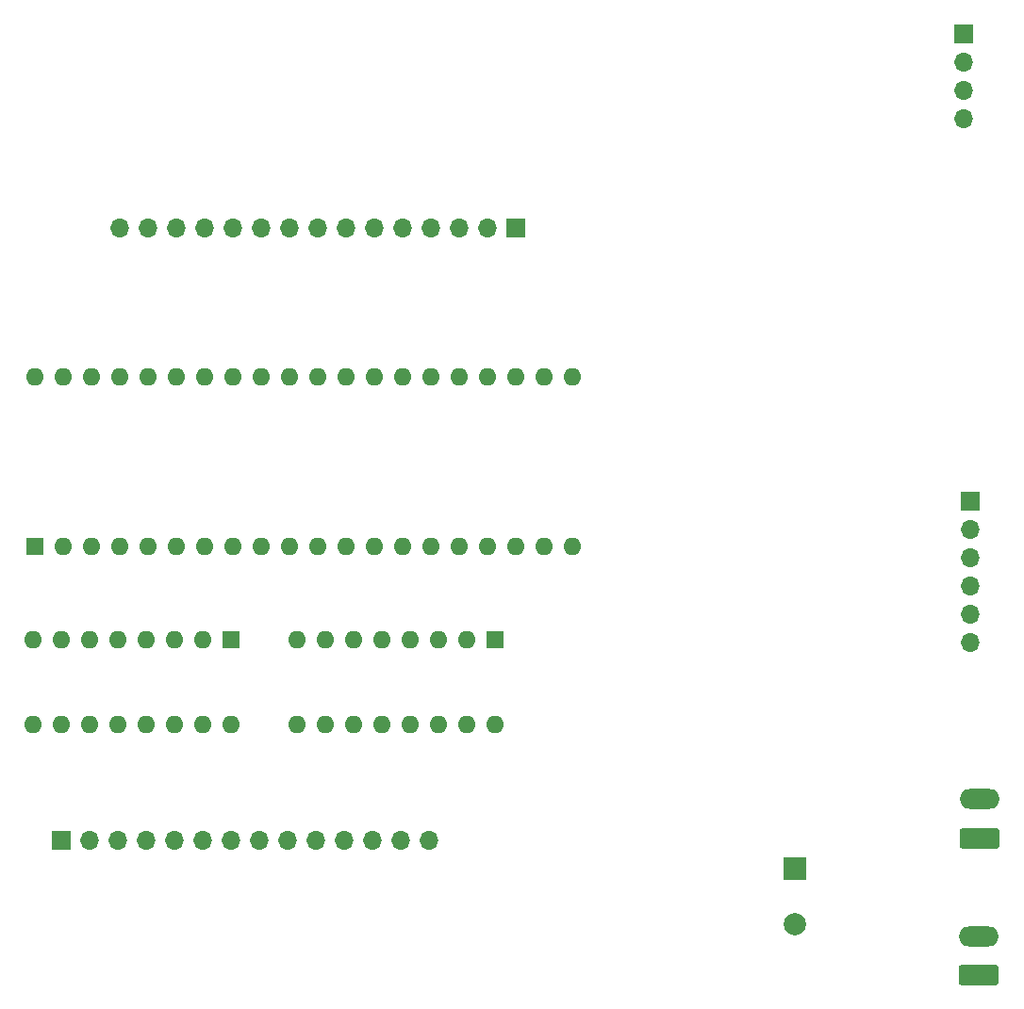
<source format=gbs>
%TF.GenerationSoftware,KiCad,Pcbnew,8.0.6*%
%TF.CreationDate,2024-12-02T12:55:51+01:00*%
%TF.ProjectId,PCB_Tester,5043425f-5465-4737-9465-722e6b696361,rev?*%
%TF.SameCoordinates,Original*%
%TF.FileFunction,Soldermask,Bot*%
%TF.FilePolarity,Negative*%
%FSLAX46Y46*%
G04 Gerber Fmt 4.6, Leading zero omitted, Abs format (unit mm)*
G04 Created by KiCad (PCBNEW 8.0.6) date 2024-12-02 12:55:51*
%MOMM*%
%LPD*%
G01*
G04 APERTURE LIST*
G04 Aperture macros list*
%AMRoundRect*
0 Rectangle with rounded corners*
0 $1 Rounding radius*
0 $2 $3 $4 $5 $6 $7 $8 $9 X,Y pos of 4 corners*
0 Add a 4 corners polygon primitive as box body*
4,1,4,$2,$3,$4,$5,$6,$7,$8,$9,$2,$3,0*
0 Add four circle primitives for the rounded corners*
1,1,$1+$1,$2,$3*
1,1,$1+$1,$4,$5*
1,1,$1+$1,$6,$7*
1,1,$1+$1,$8,$9*
0 Add four rect primitives between the rounded corners*
20,1,$1+$1,$2,$3,$4,$5,0*
20,1,$1+$1,$4,$5,$6,$7,0*
20,1,$1+$1,$6,$7,$8,$9,0*
20,1,$1+$1,$8,$9,$2,$3,0*%
G04 Aperture macros list end*
%ADD10R,1.700000X1.700000*%
%ADD11O,1.700000X1.700000*%
%ADD12R,2.000000X2.000000*%
%ADD13C,2.000000*%
%ADD14RoundRect,0.250000X1.550000X-0.650000X1.550000X0.650000X-1.550000X0.650000X-1.550000X-0.650000X0*%
%ADD15O,3.600000X1.800000*%
%ADD16O,1.600000X1.600000*%
%ADD17R,1.600000X1.600000*%
G04 APERTURE END LIST*
D10*
%TO.C,J6*%
X180500000Y-87400000D03*
D11*
X180500000Y-89940000D03*
X180500000Y-92480000D03*
X180500000Y-95020000D03*
X180500000Y-97560000D03*
X180500000Y-100100000D03*
%TD*%
D12*
%TO.C,C9*%
X164800000Y-120432323D03*
D13*
X164800000Y-125432323D03*
%TD*%
D14*
%TO.C,J5*%
X181300000Y-130000000D03*
D15*
X181300000Y-126500000D03*
%TD*%
D14*
%TO.C,J4*%
X181400000Y-117700000D03*
D15*
X181400000Y-114200000D03*
%TD*%
D10*
%TO.C,J2*%
X139700000Y-62900000D03*
D11*
X137160000Y-62900000D03*
X134620000Y-62900000D03*
X132080000Y-62900000D03*
X129540000Y-62900000D03*
X127000000Y-62900000D03*
X124460000Y-62900000D03*
X121920000Y-62900000D03*
X119380000Y-62900000D03*
X116840000Y-62900000D03*
X114300000Y-62900000D03*
X111760000Y-62900000D03*
X109220000Y-62900000D03*
X106680000Y-62900000D03*
X104140000Y-62900000D03*
%TD*%
D10*
%TO.C,J1*%
X98940000Y-117872500D03*
D11*
X101480000Y-117872500D03*
X104020000Y-117872500D03*
X106560000Y-117872500D03*
X109100000Y-117872500D03*
X111640000Y-117872500D03*
X114180000Y-117872500D03*
X116720000Y-117872500D03*
X119260000Y-117872500D03*
X121800000Y-117872500D03*
X124340000Y-117872500D03*
X126880000Y-117872500D03*
X129420000Y-117872500D03*
X131960000Y-117872500D03*
%TD*%
D16*
%TO.C,U3*%
X96540000Y-76260000D03*
X99080000Y-76260000D03*
X101620000Y-76260000D03*
X104160000Y-76260000D03*
X106700000Y-76260000D03*
X109240000Y-76260000D03*
X111780000Y-76260000D03*
X114320000Y-76260000D03*
X116860000Y-76260000D03*
X119400000Y-76260000D03*
X121940000Y-76260000D03*
X124480000Y-76260000D03*
X127020000Y-76260000D03*
X129560000Y-76260000D03*
X132100000Y-76260000D03*
X134640000Y-76260000D03*
X137180000Y-76260000D03*
X139720000Y-76260000D03*
X142260000Y-76260000D03*
X144800000Y-76260000D03*
X144800000Y-91500000D03*
X142260000Y-91500000D03*
X139720000Y-91500000D03*
X137180000Y-91500000D03*
X134640000Y-91500000D03*
X132100000Y-91500000D03*
X129560000Y-91500000D03*
X127020000Y-91500000D03*
X124480000Y-91500000D03*
X121940000Y-91500000D03*
X119400000Y-91500000D03*
X116860000Y-91500000D03*
X114320000Y-91500000D03*
X111780000Y-91500000D03*
X109240000Y-91500000D03*
X106700000Y-91500000D03*
X104160000Y-91500000D03*
X101620000Y-91500000D03*
X99080000Y-91500000D03*
D17*
X96540000Y-91500000D03*
%TD*%
%TO.C,U2*%
X137900000Y-99880000D03*
D16*
X135360000Y-99880000D03*
X132820000Y-99880000D03*
X130280000Y-99880000D03*
X127740000Y-99880000D03*
X125200000Y-99880000D03*
X122660000Y-99880000D03*
X120120000Y-99880000D03*
X120120000Y-107500000D03*
X122660000Y-107500000D03*
X125200000Y-107500000D03*
X127740000Y-107500000D03*
X130280000Y-107500000D03*
X132820000Y-107500000D03*
X135360000Y-107500000D03*
X137900000Y-107500000D03*
%TD*%
D10*
%TO.C,J3*%
X179900000Y-45400000D03*
D11*
X179900000Y-47940000D03*
X179900000Y-50480000D03*
X179900000Y-53020000D03*
%TD*%
D17*
%TO.C,U1*%
X114180000Y-99860000D03*
D16*
X111640000Y-99860000D03*
X109100000Y-99860000D03*
X106560000Y-99860000D03*
X104020000Y-99860000D03*
X101480000Y-99860000D03*
X98940000Y-99860000D03*
X96400000Y-99860000D03*
X96400000Y-107480000D03*
X98940000Y-107480000D03*
X101480000Y-107480000D03*
X104020000Y-107480000D03*
X106560000Y-107480000D03*
X109100000Y-107480000D03*
X111640000Y-107480000D03*
X114180000Y-107480000D03*
%TD*%
M02*

</source>
